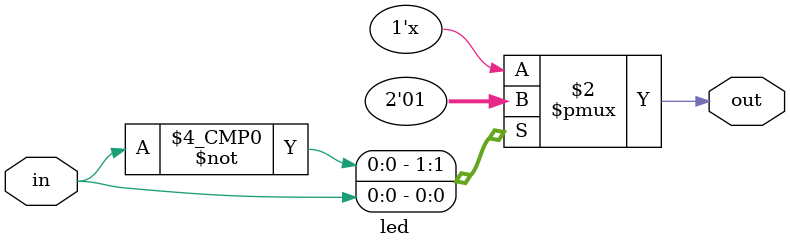
<source format=v>
module led(in,out);
input in;
output out;
reg out;
always @(in)
begin
case (in)
1'b0:out=1'b0;
1'b1:out=1'b1;
endcase
end
endmodule
</source>
